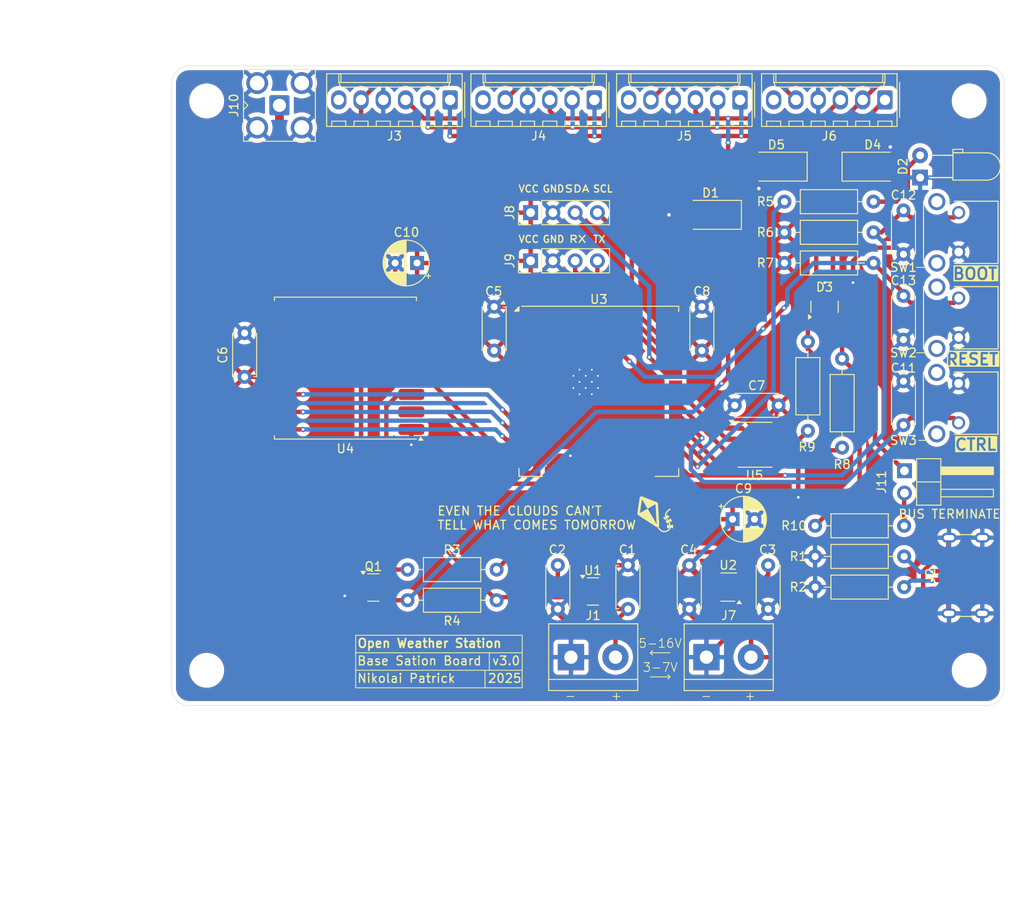
<source format=kicad_pcb>
(kicad_pcb (version 20241229) (generator "pcbnew") (generator_version "9.0")
  (layers (0 "F.Cu" signal) (2 "B.Cu" signal) (13 "F.Paste" user) (15 "B.Paste" user) (5 "F.SilkS" user "F.Silkscreen") (7 "B.SilkS" user "B.Silkscreen") (1 "F.Mask" user) (3 "B.Mask" user) (25 "Edge.Cuts" user))
  (net 0 "")
  (net 1 "+3.3V")
  (net 2 "GND")
  (net 3 "+5V")
  (net 4 "/BOOT")
  (net 5 "/ESP32_RESET")
  (net 6 "Net-(D2-A)")
  (net 7 "Net-(J2-CC1)")
  (net 8 "/SCL")
  (net 9 "/SDA")
  (net 10 "/ESP32_TX")
  (net 11 "/ESP32_RX")
  (net 12 "/LED_1")
  (net 13 "/BTN_1")
  (net 14 "/MOSI")
  (net 15 "/LORA_CS")
  (net 16 "/RS485_B")
  (net 17 "/RS485_A")
  (net 18 "Net-(J2-CC2)")
  (net 19 "/SCK")
  (net 21 "/MISO")
  (net 24 "Net-(J10-In)")
  (net 25 "Net-(J11-Pin_2)")
  (net 26 "Net-(U5-A)")
  (net 27 "/WAKEUP_EXT")
  (net 28 "Net-(U5-B)")
  (net 39 "/LORA_RESET")
  (net 42 "Net-(Q1-G)")
  (net 43 "/LORA_DIO2")
  (net 44 "/LORA_DIO1")
  (net 45 "/LORA_DIO0")
  (net 47 "/RS485_RE")
  (net 48 "/RS485_DE")
  (net 49 "/RS485_DI")
  (net 51 "/RS485_RO")
  (net 56 "/WAKEUP_IO")
  (net 57 "Net-(J1-Pin_2)")
  (footprint "Resistor_THT:R_Axial_DIN0207_L6.3mm_D2.5mm_P10.16mm_Horizontal" (layer "F.Cu") (at 140.23 75.62)
    (property "Reference" "R6")
    (property "Value" "10K")
  )
  (footprint "MountingHole:MountingHole_3.5mm" (layer "F.Cu") (at 161.31 125.62)
    (property "Reference" "H3" (hide yes))
    (property "Value" "Hole")
  )
  (footprint "Diode_SMD:D_SMA" (layer "F.Cu") (at 139.31 68.12 180)
    (property "Reference" "D5")
    (property "Value" "SMAJ5.0A")
  )
  (footprint "Capacitor_THT:C_Disc_D4.7mm_W2.5mm_P5.00mm" (layer "F.Cu") (at 138.3725 113.62 -90)
    (property "Reference" "C3")
    (property "Value" "1uF")
  )
  (footprint "Connector_Molex:Molex_KK-254_AE-6410-06A_1x06_P2.54mm_Vertical" (layer "F.Cu") (at 118.54 60.5 180)
    (property "Reference" "J4")
    (property "Value" "PORT2")
  )
  (footprint "RF_Module:ESP32-WROOM-32UE" (layer "F.Cu") (at 119.055 93.77)
    (property "Reference" "U3")
    (property "Value" "ESP32-WROOM-32UE")
  )
  (footprint "Connector_Molex:Molex_KK-254_AE-6410-06A_1x06_P2.54mm_Vertical" (layer "F.Cu") (at 151.7 60.5 180)
    (property "Reference" "J6")
    (property "Value" "PORT4")
  )
  (footprint "push_switch_90deg:SW_1-1825027-1" (layer "F.Cu") (at 160.1 95.12 90)
    (property "Reference" "SW3")
    (property "Value" "BTN_1")
  )
  (footprint "LOGO" (layer "F.Cu") (at 125.56 107.87)
    (property "Reference" "G***" (hide yes))
    (property "Value" "LOGO" (hide yes))
  )
  (footprint "Resistor_THT:R_Axial_DIN0207_L6.3mm_D2.5mm_P10.16mm_Horizontal" (layer "F.Cu") (at 140.23 79.12)
    (property "Reference" "R7")
    (property "Value" "10K")
  )
  (footprint "Resistor_THT:R_Axial_DIN0207_L6.3mm_D2.5mm_P10.16mm_Horizontal" (layer "F.Cu") (at 146.81 100.2 90)
    (property "Reference" "R8")
    (property "Value" "10R")
  )
  (footprint "Connector_Molex:Molex_KK-254_AE-6410-06A_1x06_P2.54mm_Vertical" (layer "F.Cu") (at 135.16 60.5 180)
    (property "Reference" "J5")
    (property "Value" "PORT3")
  )
  (footprint "Connector_Molex:Molex_KK-254_AE-6410-06A_1x06_P2.54mm_Vertical" (layer "F.Cu") (at 102.08 60.5 180)
    (property "Reference" "J3")
    (property "Value" "PORT1")
  )
  (footprint "RF_Module:HOPERF_RFM9XW_SMD" (layer "F.Cu") (at 90.135 91.12 180)
    (property "Reference" "U4")
    (property "Value" "~")
  )
  (footprint "Diode_SMD:D_SMA" (layer "F.Cu") (at 150.31 68.12)
    (property "Reference" "D4")
    (property "Value" "SMAJ5.0A")
  )
  (footprint "Package_TO_SOT_SMD:SOT-23-5_HandSoldering" (layer "F.Cu") (at 133.8725 116.12 180)
    (property "Reference" "U2")
    (property "Value" "STLQ015M33R")
  )
  (footprint "Resistor_THT:R_Axial_DIN0207_L6.3mm_D2.5mm_P10.16mm_Horizontal" (layer "F.Cu") (at 143.73 109.12)
    (property "Reference" "R10")
    (property "Value" "120R")
  )
  (footprint "Connector_PinHeader_2.54mm:PinHeader_1x04_P2.54mm_Vertical" (layer "F.Cu") (at 111.27 78.87 90)
    (property "Reference" "J9")
    (property "Value" "PROGRAM")
  )
  (footprint "Package_TO_SOT_SMD:SOT-23" (layer "F.Cu") (at 93.3275 116.17)
    (property "Reference" "Q1")
    (property "Value" "BSS138")
  )
  (footprint "Capacitor_THT:CP_Radial_D5.0mm_P2.50mm" (layer "F.Cu") (at 98.31 79.12 180)
    (property "Reference" "C10")
    (property "Value" "10uF")
  )
  (footprint "MountingHole:MountingHole_3.5mm" (layer "F.Cu") (at 74.31 125.62)
    (property "Reference" "H2" (hide yes))
    (property "Value" "Hole")
  )
  (footprint "Connector_Coaxial:SMA_Amphenol_901-143_Horizontal" (layer "F.Cu") (at 82.61 61.12)
    (property "Reference" "J10")
    (property "Value" "ANTENNA")
  )
  (footprint "Resistor_THT:R_Axial_DIN0207_L6.3mm_D2.5mm_P10.16mm_Horizontal" (layer "F.Cu") (at 153.89 112.62 180)
    (property "Reference" "R1")
    (property "Value" "5K1")
  )
  (footprint "Capacitor_THT:C_Disc_D4.7mm_W2.5mm_P5.00mm" (layer "F.Cu") (at 78.635 92.12 90)
    (property "Reference" "C6")
    (property "Value" "0.1uF")
  )
  (footprint "Capacitor_THT:C_Disc_D4.7mm_W2.5mm_P5.00mm" (layer "F.Cu") (at 122.3725 118.62 90)
    (property "Reference" "C1")
    (property "Value" "1uF")
  )
  (footprint "Capacitor_THT:C_Disc_D4.7mm_W2.5mm_P5.00mm" (layer "F.Cu") (at 153.81 97.62 90)
    (property "Reference" "C11")
    (property "Value" "0.1uF")
  )
  (footprint "Capacitor_THT:C_Disc_D4.7mm_W2.5mm_P5.00mm" (layer "F.Cu") (at 153.81 82.87 -90)
    (property "Reference" "C13")
    (property "Value" "0.1uF")
  )
  (footprint "Diode_SMD:D_SMA" (layer "F.Cu") (at 131.81 73.62 180)
    (property "Reference" "D1")
    (property "Value" "SMAJ5.0A")
  )
  (footprint "Capacitor_THT:C_Disc_D4.7mm_W2.5mm_P5.00mm" (layer "F.Cu") (at 153.81 73.12 -90)
    (property "Reference" "C12")
    (property "Value" "0.1uF")
  )
  (footprint "Capacitor_THT:C_Disc_D4.7mm_W2.5mm_P5.00mm" (layer "F.Cu") (at 130.81 89.12 90)
    (property "Reference" "C8")
    (property "Value" "0.1uF")
  )
  (footprint "MountingHole:MountingHole_3.5mm" (layer "F.Cu") (at 161.31 60.62)
    (property "Reference" "H4" (hide yes))
    (property "Value" "Hole")
  )
  (footprint "Capacitor_THT:C_Disc_D4.7mm_W2.5mm_P5.00mm" (layer "F.Cu") (at 114.3725 113.62 -90)
    (property "Reference" "C2")
    (property "Value" "1uF")
  )
  (footprint "Resistor_THT:R_Axial_DIN0207_L6.3mm_D2.5mm_P10.16mm_Horizontal" (layer "F.Cu") (at 142.905 98.275 90)
    (property "Reference" "R9")
    (property "Value" "10R")
  )
  (footprint "push_switch_90deg:SW_1-1825027-1" (layer "F.Cu") (at 160.11 75.62 90)
    (property "Reference" "SW1")
    (property "Value" "BOOT")
  )
  (footprint "Resistor_THT:R_Axial_DIN0207_L6.3mm_D2.5mm_P10.16mm_Horizontal" (layer "F.Cu") (at 107.39 117.62 180)
    (property "Reference" "R4")
    (property "Value" "10k")
  )
  (footprint "Capacitor_THT:C_Disc_D4.7mm_W2.5mm_P5.00mm" (layer "F.Cu") (at 129.3725 113.62 -90)
    (property "Reference" "C4")
    (property "Value" "1uF")
  )
  (footprint "Connector_PinHeader_2.54mm:PinHeader_1x02_P2.54mm_Horizontal" (layer "F.Cu") (at 153.925 102.845)
    (property "Reference" "J11")
    (property "Value" "RS485_TERM")
  )
  (footprint "Resistor_THT:R_Axial_DIN0207_L6.3mm_D2.5mm_P10.16mm_Horizontal" (layer "F.Cu") (at 97.23 114.12)
    (property "Reference" "R3")
    (property "Value" "100R")
  )
  (footprint "Package_TO_SOT_SMD:SOT-23" (layer "F.Cu") (at 118.3725 116.62)
    (property "Reference" "U1")
    (property "Value" "MCP1703Ax-330xxTT")
  )
  (footprint "Capacitor_THT:CP_Radial_D5.0mm_P2.50mm" (layer "F.Cu") (at 134.31 108.37)
    (property "Reference" "C9")
    (property "Value" "10uF")
  )
  (footprint "MountingHole:MountingHole_3.5mm" (layer "F.Cu") (at 74.31 60.62)
    (property "Reference" "H1" (hide yes))
    (property "Value" "Hole")
  )
  (footprint "TerminalBlock:TerminalBlock_bornier-2_P5.08mm" (layer "F.Cu") (at 115.8725 124.12)
    (property "Reference" "J1")
    (property "Value" "5-16V")
  )
  (footprint "Capacitor_THT:C_Disc_D4.7mm_W2.5mm_P5.00mm" (layer "F.Cu") (at 107.11 89.12 90)
    (property "Reference" "C5")
    (property "Value" "0.1uF")
  )
  (footprint "TerminalBlock:TerminalBlock_bornier-2_P5.08mm" (layer "F.Cu") (at 131.3325 124.12)
    (property "Reference" "J7")
    (property "Value" "3.3-5V")
  )
  (footprint "Connector_USB:USB_C_Receptacle_GCT_USB4125-xx-x-0190_6P_TopMnt_Horizontal" (layer "F.Cu") (at 162.01 114.8 90)
    (property "Reference" "J2")
    (property "Value" "USB_PWR_IN")
  )
  (footprint "Connector_PinHeader_2.54mm:PinHeader_1x04_P2.54mm_Vertical" (layer "F.Cu") (at 111.27 73.37 90)
    (property "Reference" "J8")
    (property "Value" "I2C")
  )
  (footprint "Capacitor_THT:C_Disc_D4.7mm_W2.5mm_P5.00mm" (layer "F.Cu") (at 139.56 95.37 180)
    (property "Reference" "C7")
    (property "Value" "0.1uF")
  )
  (footprint "Package_SO:SOIC-8_3.9x4.9mm_P1.27mm" (layer "F.Cu") (at 136.88 99.87)
    (property "Reference" "U5")
    (property "Value" "SP3072EEN-L")
  )
  (footprint "Resistor_THT:R_Axial_DIN0207_L6.3mm_D2.5mm_P10.16mm_Horizontal" (layer "F.Cu") (at 140.23 72.12)
    (property "Reference" "R5")
    (property "Value" "1K")
  )
  (footprint "Resistor_THT:R_Axial_DIN0207_L6.3mm_D2.5mm_P10.16mm_Horizontal" (layer "F.Cu") (at 153.89 116.12 180)
    (property "Reference" "R2")
    (property "Value" "5K1")
  )
  (footprint "Package_TO_SOT_SMD:SOT-23" (layer "F.Cu") (at 144.81 84.12 90)
    (property "Reference" "D3")
    (property "Value" "SM712_SOT23")
  )
  (footprint "push_switch_90deg:SW_1-1825027-1" (layer "F.Cu") (at 160.11 85.37 90)
    (property "Reference" "SW2")
    (property "Value" "RESET")
  )
  (footprint "LED_THT:LED_D3.0mm_Horizontal_O3.81mm_Z2.0mm" (layer "F.Cu") (at 155.71 69.37 90)
    (property "Reference" "D2")
    (property "Value" "LED_1")
  )
  (gr_line (start 91.31 127.62) (end 110.31 127.62) (stroke (width 0.1)) (layer "F.SilkS"))
  (gr_line (start 155.56 99.37) (end 156.56 99.37) (stroke (width 0.1)) (layer "F.SilkS"))
  (gr_line (start 124.935 123.62) (end 125.185 123.37) (stroke (width 0.1)) (layer "F.SilkS"))
  (gr_line (start 124.935 123.62) (end 125.185 123.87) (stroke (width 0.1)) (layer "F.SilkS"))
  (gr_line (start 110.31 125.62) (end 91.31 125.62) (stroke (width 0.1)) (layer "F.SilkS"))
  (gr_line (start 127.185 123.62) (end 124.935 123.62) (stroke (width 0.1)) (layer "F.SilkS"))
  (gr_line (start 155.31 89.37) (end 156.56 89.37) (stroke (width 0.1)) (layer "F.SilkS"))
  (gr_line (start 110.31 121.62) (end 91.31 121.62) (stroke (width 0.1)) (layer "F.SilkS"))
  (gr_line (start 91.31 123.62) (end 110.31 123.62) (stroke (width 0.1)) (layer "F.SilkS"))
  (gr_line (start 91.31 121.62) (end 91.31 127.62) (stroke (width 0.1)) (layer "F.SilkS"))
  (gr_line (start 155.31 79.62) (end 156.31 79.62) (stroke (width 0.1)) (layer "F.SilkS"))
  (gr_line (start 106.06 127.62) (end 106.06 125.62) (stroke (width 0.1)) (layer "F.SilkS"))
  (gr_line (start 106.56 123.62) (end 106.56 125.62) (stroke (width 0.1)) (layer "F.SilkS"))
  (gr_line (start 110.31 127.62) (end 110.31 121.62) (stroke (width 0.1)) (layer "F.SilkS"))
  (gr_line (start 127.185 126.37) (end 126.935 126.62) (stroke (width 0.1)) (layer "F.SilkS"))
  (gr_line (start 126.935 126.12) (end 127.185 126.37) (stroke (width 0.1)) (layer "F.SilkS"))
  (gr_line (start 124.935 126.37) (end 127.185 126.37) (stroke (width 0.1)) (layer "F.SilkS"))
  (gr_arc (start 165.31 127.62) (mid 164.724214 129.034214) (end 163.31 129.62) (stroke (width 0.05)) (layer "Edge.Cuts"))
  (gr_arc (start 72.31 129.62) (mid 70.895786 129.034214) (end 70.31 127.62) (stroke (width 0.05)) (layer "Edge.Cuts"))
  (gr_line (start 72.31 56.62) (end 163.31 56.62) (stroke (width 0.05)) (layer "Edge.Cuts"))
  (gr_arc (start 70.31 58.62) (mid 70.895786 57.205786) (end 72.31 56.62) (stroke (width 0.05)) (layer "Edge.Cuts"))
  (gr_line (start 163.31 129.62) (end 72.31 129.62) (stroke (width 0.05)) (layer "Edge.Cuts"))
  (gr_line (start 70.31 127.62) (end 70.31 58.62) (stroke (width 0.05)) (layer "Edge.Cuts"))
  (gr_arc (start 163.31 56.62) (mid 164.724214 57.205786) (end 165.31 58.62) (stroke (width 0.05)) (layer "Edge.Cuts"))
  (gr_line (start 165.31 58.62) (end 165.31 127.62) (stroke (width 0.05)) (layer "Edge.Cuts"))
  (gr_text "BOOT" (at 159.31 81.12 0) (layer "F.SilkS" knockout) (effects (font (size 1.3 1.3) (thickness 0.25) (bold yes)) (justify left bottom)))
  (gr_text "-" (at 131.31 129.12 0) (layer "F.SilkS") (effects (font (size 1 1) (thickness 0.1)) (justify bottom)))
  (gr_text "VCC" (at 109.81 76.87 0) (layer "F.SilkS") (effects (font (size 0.8 0.8) (thickness 0.15) (bold yes)) (justify left bottom)))
  (gr_text "GND" (at 112.56 71.12 0) (layer "F.SilkS") (effects (font (size 0.8 0.8) (thickness 0.15) (bold yes)) (justify left bottom)))
  (gr_text "2025" (at 106.31 127.12 0) (layer "F.SilkS") (effects (font (size 1 1)) (justify left bottom)))
  (gr_text "CTRL" (at 159.56 100.62 0) (layer "F.SilkS" knockout) (effects (font (size 1.3 1.3) (thickness 0.25) (bold yes)) (justify left bottom)))
  (gr_text "Nikolai Patrick" (at 91.41 127.12 0) (layer "F.SilkS") (effects (font (size 1 1)) (justify left bottom)))
  (gr_text "GND" (at 112.56 76.87 0) (layer "F.SilkS") (effects (font (size 0.8 0.8) (thickness 0.15) (bold yes)) (justify left bottom)))
  (gr_text "BUS TERMINATE" (at 159.06 108.37 0) (layer "F.SilkS") (effects (font (size 1 1)) (justify bottom)))
  (gr_text "5-16V" (at 126.06 123.12 0) (layer "F.SilkS") (effects (font (size 1 1) (thickness 0.1)) (justify bottom)))
  (gr_text "+" (at 136.31 129.12 0) (layer "F.SilkS") (effects (font (size 1 1) (thickness 0.1)) (justify bottom)))
  (gr_text "-" (at 115.81 129.12 0) (layer "F.SilkS") (effects (font (size 1 1) (thickness 0.1)) (justify bottom)))
  (gr_text "SDA" (at 115.06 71.12 0) (layer "F.SilkS") (effects (font (size 0.8 1) (thickness 0.15) (bold yes)) (justify left bottom)))
  (gr_text "SCL\n" (at 118.31 71.12 0) (layer "F.SilkS") (effects (font (size 0.8 0.8) (thickness 0.15) (bold yes)) (justify left bottom)))
  (gr_text "Base Sation Board" (at 91.41 125.12 0) (layer "F.SilkS") (effects (font (size 1 1)) (justify left bottom)))
  (gr_text "TX" (at 118.31 76.87 0) (layer "F.SilkS") (effects (font (size 0.8 0.8) (thickness 0.15) (bold yes)) (justify left bottom)))
  (gr_text "Open Weather Station" (at 91.41 123.12 0) (layer "F.SilkS") (effects (font (size 1 1) (thickness 0.2) (bold yes)) (justify left bottom)))
  (gr_text "RX" (at 115.56 76.87 0) (layer "F.SilkS") (effects (font (size 0.8 1) (thickness 0.15) (bold yes)) (justify left bottom)))
  (gr_text "VCC" (at 109.81 71.12 0) (layer "F.SilkS") (effects (font (size 0.8 0.8) (thickness 0.15) (bold yes)) (justify left bottom)))
  (gr_text "v3.0" (at 106.81 125.12 0) (layer "F.SilkS") (effects (font (size 1 1)) (justify left bottom)))
  (gr_text "3-7V" (at 126.06 125.87 0) (layer "F.SilkS") (effects (font (size 1 1) (thickness 0.1)) (justify bottom)))
  (gr_text "EVEN THE CLOUDS CAN'T\nTELL WHAT COMES TOMORROW" (at 100.56 109.62 0) (layer "F.SilkS") (effects (font (size 1 1)) (justify left bottom)))
  (gr_text "+" (at 121.06 129.12 0) (layer "F.SilkS") (effects (font (size 1 1) (thickness 0.1)) (justify bottom)))
  (gr_text "RESET" (at 158.56 90.87 0) (layer "F.SilkS" knockout) (effects (font (size 1.3 1.3) (thickness 0.25) (bold yes)) (justify left bottom)))
  (segment (start 139.355 95.575) (end 139.56 95.37) (width 0.5) (layer "F.Cu") (net 1))
  (segment (start 129.3725 113.92) (end 129.3725 113.62) (width 0.5) (layer "F.Cu") (net 1))
  (segment (start 139.355 97.965) (end 139.355 95.575) (width 0.5) (layer "F.Cu") (net 1))
  (segment (start 132.5225 117.07) (end 129.3725 113.92) (width 0.5) (layer "F.Cu") (net 1))
  (segment (start 78.635 92.12) (end 82.61 92.12) (width 0.5) (layer "F.Cu") (net 1))
  (segment (start 134.31 108.6825) (end 134.31 108.37) (width 0.5) (layer "B.Cu") (net 1))
  (segment (start 129.3725 113.62) (end 134.31 108.6825) (width 0.5) (layer "B.Cu") (net 1))
  (segment (start 107.11 84.12) (end 109.065 84.12) (width 0.5) (layer "F.Cu") (net 2))
  (segment (start 133.8725 116.690001) (end 133.8725 121.58) (width 0.5) (layer "F.Cu") (net 2))
  (segment (start 114.508 101.12) (end 115.81 101.12) (width 0.5) (layer "F.Cu") (net 2))
  (segment (start 141.81 105.87) (end 141.81 102.525) (width 0.5) (layer "F.Cu") (net 2))
  (segment (start 131.3325 121.08) (end 131.3325 124.12) (width 0.5) (layer "F.Cu") (net 2))
  (segment (start 129.81 73.62) (end 127.06 73.62) (width 1) (layer "F.Cu") (net 2))
  (segment (start 115.8725 120.62) (end 115.8725 124.12) (width 0.5) (layer "F.Cu") (net 2))
  (segment (start 129.57 85.36) (end 130.81 84.12) (width 0.5) (layer "F.Cu") (net 2))
  (segment (start 149.56 77.37) (end 148.06 78.87) (width 0.5) (layer "F.Cu") (net 2))
  (segment (start 133.8725 121.58) (end 131.3325 124.12) (width 0.5) (layer "F.Cu") (net 2))
  (segment (start 109.065 84.12) (end 110.305 85.36) (width 0.5) (layer "F.Cu") (net 2))
  (segment (start 158.93 110.56) (end 159.01 110.48) (width 0.5) (layer "F.Cu") (net 2))
  (segment (start 158.93 117.55) (end 158.93 119.04) (width 0.5) (layer "F.Cu") (net 2))
  (segment (start 153.81 78.12) (end 153.06 77.37) (width 0.5) (layer "F.Cu") (net 2))
  (segment (start 137.31 68.12) (end 137.31 70.62) (width 1) (layer "F.Cu") (net 2))
  (segment (start 127.805 85.36) (end 129.57 85.36) (width 0.5) (layer "F.Cu") (net 2))
  (segment (start 148.06 78.87) (end 148.06 81.37) (width 0.5) (layer "F.Cu") (net 2))
  (segment (start 114.3725 118.62) (end 114.3725 119.12) (width 0.5) (layer "F.Cu") (net 2))
  (segment (start 117.435 115.67) (end 119.485 113.62) (width 0.5) (layer "F.Cu") (net 2))
  (segment (start 97.66 99.87) (end 97.66 98.12) (width 0.5) (layer "F.Cu") (net 2))
  (segment (start 119.485 113.62) (end 122.3725 113.62) (width 0.5) (layer "F.Cu") (net 2))
  (segment (start 152.31 68.12) (end 152.31 65.87) (width 1) (layer "F.Cu") (net 2))
  (segment (start 113.34 103.12) (end 113.34 102.288) (width 0.5) (layer "F.Cu") (net 2))
  (segment (start 129.3725 119.12) (end 131.3325 121.08) (width 0.5) (layer "F.Cu") (net 2))
  (segment (start 158.93 119.04) (end 159.01 119.12) (width 0.5) (layer "F.Cu") (net 2))
  (segment (start 79.635 86.12) (end 82.61 86.12) (width 0.5) (layer "F.Cu") (net 2))
  (segment (start 135.2225 116.12) (end 134.442501 116.12) (width 0.5) (layer "F.Cu") (net 2))
  (segment (start 95.81 82.27) (end 95.81 79.12) (width 0.5) (layer "F.Cu") (net 2))
  (segment (start 141.06 101.775) (end 139.355 101.775) (width 0.5) (layer "F.Cu") (net 2))
  (segment (start 144.81 83.1825) (end 144.81 81.37) (width 0.5) (layer "F.Cu") (net 2))
  (segment (start 129.3725 118.62) (end 129.3725 119.12) (width 0.5) (layer "F.Cu") (net 2))
  (segment (start 97.66 84.12) (end 95.81 82.27) (width 0.5) (layer "F.Cu") (net 2))
  (segment (start 141.81 102.525) (end 141.06 101.775) (width 0.5) (layer "F.Cu") (net 2))
  (segment (start 113.34 102.288) (end 114.508 101.12) (width 0.5) (layer "F.Cu") (net 2))
  (segment (start 78.635 87.12) (end 79.635 86.12) (width 0.5) (layer "F.Cu") (net 2))
  (segment (start 158.93 112.05) (end 158.93 110.56) (width 0.5) (layer "F.Cu") (net 2))
  (segment (start 92.39 117.12) (end 90.06 117.12) (width 0.5) (layer "F.Cu") (net 2))
  (segment (start 153.06 77.37) (end 149.56 77.37) (width 0.5) (layer "F.Cu") (net 2))
  (segment (start 114.3725 119.12) (end 115.8725 120.62) (width 0.5) (layer "F.Cu") (net 2))
  (segment (start 134.442501 116.12) (end 133.8725 116.690001) (width 0.5) (layer "F.Cu") (net 2))
  (via (at 152.31 65.87) (size 1.2) (drill 0.4) (layers "F.Cu" "B.Cu") (net 2))
  (via (at 141.81 105.87) (size 0.6) (drill 0.3) (layers "F.Cu" "B.Cu") (net 2))
  (via (at 127.06 73.62) (size 1.2) (drill 0.4) (layers "F.Cu" "B.Cu") (net 2))
  (via (at 90.06 117.12) (size 0.6) (drill 0.3) (layers "F.Cu" "B.Cu") (net 2))
  (via (at 144.81 81.37) (size 0.6) (drill 0.3) (layers "F.Cu" "B.Cu") (net 2))
  (via (at 137.31 70.62) (size 1.2) (drill 0.4) (layers "F.Cu" "B.Cu") (net 2))
  (via (at 115.81 101.12) (size 0.6) (drill 0.3) (layers "F.Cu" "B.Cu") (net 2))
  (via (at 148.06 81.37) (size 0.6) (drill 0.3) (layers "F.Cu" "B.Cu") (net 2))
  (via (at 97.66 99.87) (size 0.6) (drill 0.3) (layers "F.Cu" "B.Cu") (net 2))
  (segment (start 138.3725 114.699999) (end 138.3725 113.62) (width 0.5) (layer "F.Cu") (net 3))
  (segment (start 157.087925 113.28) (end 156.06 114.307925) (width 0.5) (layer "F.Cu") (net 3))
  (segment (start 135.2225 115.17) (end 137.902499 115.17) (width 0.5) (layer "F.Cu") (net 3))
  (segment (start 114.31 117.270001) (end 112.06 117.270001) (width 0.5) (layer "F.Cu") (net 3))
  (segment (start 139.41 58.37) (end 127.13 58.37) (width 0.5) (layer "F.Cu") (net 3))
  (segment (start 110.51 58.37) (end 94.05 58.37) (width 0.5) (layer "F.Cu") (net 3))
  (segment (start 136.002499 117.07) (end 138.3725 114.699999) (width 0.5) (layer "F.Cu") (net 3))
  (segment (start 135.2225 115.17) (end 132.1725 112.12) (width 0.5) (layer "F.Cu") (net 3))
  (segment (start 117.435 117.57) (end 117.135001 117.270001) (width 0.5) (layer "F.Cu") (net 3))
  (segment (start 135.2225 117.07) (end 136.002499 117.07) (width 0.5) (layer "F.Cu") (net 3))
  (segment (start 136.4125 118.26) (end 135.2225 117.07) (width 0.5) (layer "F.Cu") (net 3))
  (segment (start 156.06 117.12) (end 149.06 124.12) (width 0.5) (layer "F.Cu") (net 3))
  (segment (start 107.739999 117.270001) (end 107.39 117.62) (width 0.5) (layer "F.Cu") (net 3))
  (segment (start 132.1725 112.12) (end 118.56 112.12) (width 0.5) (layer "F.Cu") (net 3))
  (segment (start 94.05 58.37) (end 91.92 60.5) (width 0.5) (layer "F.Cu") (net 3))
  (segment (start 114.3725 114.957501) (end 112.06 117.270001) (width 0.5) (layer "F.Cu") (net 3))
  (segment (start 127.13 58.37) (end 110.51 58.37) (width 0.5) (layer "F.Cu") (net 3))
  (segment (start 117.135001 117.270001) (end 114.31 117.270001) (width 0.5) (layer "F.Cu") (net 3))
  (segment (start 114.3725 113.62) (end 114.3725 114.957501) (width 0.5) (layer "F.Cu") (net 3))
  (segment (start 127.13 58.37) (end 126.546 58.954) (width 0.5) (layer "F.Cu") (net 3))
  (segment (start 110.51 58.37) (end 108.38 60.5) (width 0.5) (layer "F.Cu") (net 3))
  (segment (start 118.56 112.12) (end 114.31 116.37) (width 0.5) (layer "F.Cu") (net 3))
  (segment (start 136.4125 124.12) (end 136.4125 118.26) (width 0.5) (layer "F.Cu") (net 3))
  (segment (start 137.902499 115.17) (end 138.3725 114.699999) (width 0.5) (layer "F.Cu") (net 3))
  (segment (start 114.31 116.37) (end 114.31 117.270001) (width 0.5) (layer "F.Cu") (net 3))
  (segment (start 158.93 113.28) (end 157.087925 113.28) (width 0.5) (layer "F.Cu") (net 3))
  (segment (start 112.06 117.270001) (end 107.739999 117.270001) (width 0.5) (layer "F.Cu") (net 3))
  (segment (start 141.54 60.5) (end 139.41 58.37) (width 0.5) (layer "F.Cu") (net 3))
  (segment (start 156.86 116.32) (end 156.06 117.12) (width 0.5) (layer "F.Cu") (net 3))
  (segment (start 91.92 102.15) (end 107.39 117.62) (width 0.5) (layer "F.Cu") (net 3))
  (segment (start 91.92 60.5) (end 91.92 102.15) (width 0.5) (layer "F.Cu") (net 3))
  (segment (start 126.546 58.954) (end 125 60.5) (width 0.5) (layer "F.Cu") (net 3))
  (segment (start 156.06 114.307925) (end 156.06 117.12) (width 0.5) (layer "F.Cu") (net 3))
  (segment (start 149.06 124.12) (end 136.4125 124.12) (width 0.5) (layer "F.Cu") (net 3))
  (segment (start 158.93 116.32) (end 156.86 116.32) (width 0.5) (layer "F.Cu") (net 3))
  (segment (start 140.31 103.37) (end 129.305 103.37) (width 0.5) (layer "F.Cu") (net 4))
  (segment (start 159.560001 73.919999) (end 160.11 73.37) (width 0.5) (layer "F.Cu") (net 4))
  (segment (start 151.31 75.62) (end 153.81 73.12) (width 0.5) (layer "F.Cu") (net 4))
  (segment (start 153.81 73.12) (end 154.609999 73.919999) (width 0.5) (layer "F.Cu") (net 4))
  (segment (start 154.609999 73.919999) (end 159.560001 73.919999) (width 0.5) (layer "F.Cu") (net 4))
  (segment (start 129.305 103.37) (end 127.805 101.87) (width 0.5) (layer "F.Cu") (net 4))
  (segment (start 150.39 75.62) (end 151.31 75.62) (width 0.5) (layer "F.Cu") (net 4))
  (via (at 140.31 103.37) (size 0.6) (drill 0.3) (layers "F.Cu" "B.Cu") (net 4))
  (segment (start 146.81 103.37) (end 151.641 98.539) (width 0.5) (layer "B.Cu") (net 4))
  (segment (start 151.641 98.539) (end 151.641 76.871) (width 0.5) (layer "B.Cu") (net 4))
  (segment (start 151.641 76.871) (end 150.39 75.62) (width 0.5) (layer "B.Cu") (net 4))
  (segment (start 140.31 103.37) (end 146.81 103.37) (width 0.5) (layer "B.Cu") (net 4))
  (segment (start 153.81 82.54) (end 153.81 82.87) (width 0.5) (layer "F.Cu") (net 5))
  (segment (start 120.09 87.9) (end 110.305 87.9) (width 0.5) (layer "F.Cu") (net 5))
  (segment (start 122.56 90.37) (end 120.09 87.9) (width 0.5) (layer "F.Cu") (net 5))
  (segment (start 153.81 82.87) (end 154.609999 83.669999) (width 0.5) (layer "F.Cu") (net 5))
  (segment (start 140.185 84.245) (end 137.81 86.62) (width 0.5) (layer "F.Cu") (net 5))
  (segment (start 159.560001 83.669999) (end 160.11 83.12) (width 0.5) (layer "F.Cu") (net 5))
  (segment (start 154.609999 83.669999) (end 159.560001 83.669999) (width 0.5) (layer "F.Cu") (net 5))
  (segment (start 150.39 79.12) (end 153.81 82.54) (width 0.5) (layer "F.Cu") (net 5))
  (via (at 140.185 84.245) (size 0.6) (drill 0.3) (layers "F.Cu" "B.Cu") (net 5))
  (via (at 137.81 86.62) (size 0.6) (drill 0.3) (layers "F.Cu" "B.Cu") (net 5))
  (via (at 122.56 90.37) (size 0.6) (drill 0.3) (layers "F.Cu" "B.Cu") (net 5))
  (segment (start 140.56 83.87) (end 140.56 82.12) (width 0.5) (layer "B.Cu") (net 5))
  (segment (start 132.31 92.12) (end 124.31 92.12) (width 0.5) (layer "B.Cu") (net 5))
  (segment (start 140.185 84.245) (end 140.56 83.87) (width 0.5) (layer "B.Cu") (net 5))
  (segment (start 124.31 92.12) (end 122.56 90.37) (width 0.5) (layer "B.Cu") (net 5))
  (segment (start 137.81 86.62) (end 132.31 92.12) (width 0.5) (layer "B.Cu") (net 5))
  (segment (start 143.56 79.12) (end 150.39 79.12) (width 0.5) (layer "B.Cu") (net 5))
  (segment (start 140.56 82.12) (end 143.56 79.12) (width 0.5) (layer "B.Cu") (net 5))
  (segment (start 154.31 70.77) (end 154.31 68.23) (width 0.5) (layer "F.Cu") (net 6))
  (segment (start 152.96 72.12) (end 154.31 70.77) (width 0.5) (layer "F.Cu") (net 6))
  (segment (start 150.39 72.12) (end 152.96 72.12) (width 0.5) (layer "F.Cu") (net 6))
  (segment (start 155.68 66.83) (end 155.71 66.83) (width 0.5) (layer "F.Cu") (net 6))
  (segment (start 154.31 68.23) (end 155.71 66.83) (width 0.5) (layer "F.Cu") (net 6))
  (segment (start 157.13 115.3) (end 157.06 115.37) (width 0.5) (layer "F.Cu") (net 7))
  (segment (start 158.93 115.3) (end 157.13 115.3) (width 0.5) (layer "F.Cu") (net 7))
  (via (at 157.06 115.37) (size 0.6) (drill 0.3) (layers "F.Cu" "B.Cu") (net 7))
  (segment (start 157.06 115.37) (end 154.64 115.37) (width 0.5) (layer "B.Cu") (net 7))
  (segment (start 154.64 115.37) (end 153.89 116.12) (width 0.5) (layer "B.Cu") (net 7))
  (segment (start 126.433162 87.9) (end 127.805 87.9) (width 0.5) (layer "F.Cu") (net 8))
  (segment (start 122.81 77.29) (end 122.81 84.276838) (width 0.5) (layer "F.Cu") (net 8))
  (segment (start 122.81 84.276838) (end 126.433162 87.9) (width 0.5) (layer "F.Cu") (net 8))
  (segment (start 118.89 73.37) (end 122.81 77.29) (width 0.5) (layer "F.Cu") (net 8))
  (segment (start 126.56 91.62) (end 127.715 91.62) (width 0.5) (layer "F.Cu") (net 9))
  (segment (start 124.81 89.87) (end 126.56 91.62) (width 0.5) (layer "F.Cu") (net 9))
  (segment (start 127.715 91.62) (end 127.805 91.71) (width 0.5) (layer "F.Cu") (net 9))
  (segment (start 116.35 73.37) (end 116.35 73.41) (width 0.5) (layer "F.Cu") (net 9))
  (via (at 124.81 89.87) (size 0.6) (drill 0.3) (layers "F.Cu" "B.Cu") (net 9))
  (segment (start 124.81 81.87) (end 118.06 75.12) (width 0.5) (layer "B.Cu") (net 9))
  (segment (start 124.81 89.87) (end 124.81 81.87) (width 0.5) (layer "B.Cu") (net 9))
  (segment (start 118.06 75.08) (end 116.35 73.37) (width 0.5) (layer "B.Cu") (net 9))
  (segment (start 118.06 75.12) (end 118.06 75.08) (width 0.5) (layer "B.Cu") (net 9))
  (segment (start 118.89 81.50504) (end 118.89 78.87) (width 0.5) (layer "F.Cu") (net 10))
  (segment (start 126.61 89.17) (end 126.041 88.601) (width 0.5) (layer "F.Cu") (net 10))
  (segment (start 126.041 88.601) (end 125.98596 88.601) (width 0.5) (layer "F.Cu") (net 10))
  (segment (start 127.805 89.17) (end 126.61 89.17) (width 0.5) (layer "F.Cu") (net 10))
  (segment (start 125.98596 88.601) (end 118.89 81.50504) (width 0.5) (layer "F.Cu") (net 10))
  (segment (start 116.35 80.07208) (end 126.71792 90.44) (width 0.5) (layer "F.Cu") (net 11))
  (segment (start 116.35 78.87) (end 116.35 80.07208) (width 0.5) (layer "F.Cu") (net 11))
  (segment (start 126.71792 90.44) (end 127.805 90.44) (width 0.5) (layer "F.Cu") (net 11))
  (segment (start 127.805 100.6) (end 128.54 100.6) (width 0.5) (layer "F.Cu") (net 12))
  (segment (start 128.54 100.6) (end 130.31 102.37) (width 0.5) (layer "F.Cu") (net 12))
  (via (at 130.31 102.37) (size 0.6) (drill 0.3) (layers "F.Cu" "B.Cu") (net 12))
  (segment (start 138.979 73.371) (end 140.23 72.12) (width 0.5) (layer "B.Cu") (net 12))
  (segment (start 130.31 102.37) (end 138.979 93.701) (width 0.5) (layer "B.Cu") (net 12))
  (segment (start 138.979 93.701) (end 138.979 73.371) (width 0.5) (layer "B.Cu") (net 12))
  (segment (start 127.805 96.79) (end 128.488662 96.79) (width 0.5) (layer "F.Cu") (net 13))
  (segment (start 159.550001 96.820001) (end 160.1 97.37) (width 0.5) (layer "F.Cu") (net 13))
  (segment (start 153.81 97.62) (end 154.609999 96.820001) (width 0.5) (layer "F.Cu") (net 13))
  (segment (start 154.609999 96.820001) (end 159.550001 96.820001) (width 0.5) (layer "F.Cu") (net 13))
  (segment (start 128.488662 96.79) (end 130.814331 99.115669) (width 0.5) (layer "F.Cu") (net 13))
  (via (at 130.814331 99.115669) (size 0.6) (drill 0.3) (layers "F.Cu" "B.Cu") (net 13))
  (segment (start 130.998925 104.121) (end 147.309 104.121) (width 0.5) (layer "B.Cu") (net 13))
  (segment (start 129.56 102.682075) (end 130.998925 104.121) (width 0.5) (layer "B.Cu") (net 13))
  (segment (start 147.309 104.121) (end 153.81 97.62) (width 0.5) (layer "B.Cu") (net 13))
  (segment (start 129.56 100.37) (end 129.56 102.682075) (width 0.5) (layer "B.Cu") (net 13))
  (segment (start 130.814331 99.115669) (end 129.56 100.37) (width 0.5) (layer "B.Cu") (net 13))
  (segment (start 114.61 103.952) (end 114.241 104.321) (width 0.5) (layer "F.Cu") (net 14))
  (segment (start 99.011 104.321) (end 94.81 100.12) (width 0.5) (layer "F.Cu") (net 14))
  (segment (start 94.81 100.12) (end 94.81 95.495) (width 0.5) (layer "F.Cu") (net 14))
  (segment (start 96.185 94.12) (end 97.66 94.12) (width 0.5) (layer "F.Cu") (net 14))
  (segment (start 114.241 104.321) (end 99.011 104.321) (width 0.5) (layer "F.Cu") (net 14))
  (segment (start 114.61 103.12) (end 114.61 103.952) (width 0.5) (layer "F.Cu") (net 14))
  (segment (start 94.81 95.495) (end 96.185 94.12) (width 0.5) (layer "F.Cu") (net 14))
  (segment (start 109.473 95.52) (end 110.305 95.52) (width 0.5) (layer "F.Cu") (net 15))
  (segment (start 104.073 90.12) (end 109.473 95.52) (width 0.5) (layer "F.Cu") (net 15))
  (segment (start 97.66 90.12) (end 104.073 90.12) (width 0.5) (layer "F.Cu") (net 15))
  (segment (start 142.905 88.115) (end 142.905 88.964) (width 0.5) (layer "F.Cu") (net 16))
  (segment (start 142.905 88.964) (end 148.81 94.869) (width 0.5) (layer "F.Cu") (net 16))
  (segment (start 151.7 60.5) (end 147.58 64.62) (width 0.5) (layer "F.Cu") (net 16))
  (segment (start 135.31 64.62) (end 118.56 64.62) (width 0.5) (layer "F.Cu") (net 16))
  (segment (start 147.58 64.62) (end 145.06 64.62) (width 0.5) (layer "F.Cu") (net 16))
  (segment (start 145.06 64.62) (end 135.31 64.62) (width 0.5) (layer "F.Cu") (net 16))
  (segment (start 142.905 86.0125) (end 143.86 85.0575) (width 0.5) (layer "F.Cu") (net 16))
  (segment (start 143.86 85.0575) (end 143.86 68.12) (width 0.5) (layer "F.Cu") (net 16))
  (segment (start 143.86 65.8) (end 145.04 64.62) (width 0.5) (layer "F.Cu") (net 16))
  (segment (start 148.81 104.04) (end 143.73 109.12) (width 0.5) (layer "F.Cu") (net 16))
  (segment (start 118.56 64.62) (end 102.06 64.62) (width 0.5) (layer "F.Cu") (net 16))
  (segment (start 148.81 94.869) (end 148.81 104.04) (width 0.5) (layer "F.Cu") (net 16))
  (segment (start 145.04 64.62) (end 145.06 64.62) (width 0.5) (layer "F.Cu") (net 16))
  (segment (start 142.905 88.115) (end 142.905 86.0125) (width 0.5) (layer "F.Cu") (net 16))
  (segment (start 141.31 68.12) (end 143.86 68.12) (width 0.5) (layer "F.Cu") (net 16))
  (segment (start 143.86 68.12) (end 143.86 65.8) (width 0.5) (layer "F.Cu") (net 16))
  (via (at 102.06 64.62) (size 0.6) (drill 0.3) (layers "F.Cu" "B.Cu") (net 16))
  (via (at 118.56 64.62) (size 0.6) (drill 0.3) (layers "F.Cu" "B.Cu") (net 16))
  (via (at 135.31 64.62) (size 0.6) (drill 0.3) (layers "F.Cu" "B.Cu") (net 16))
  (segment (start 135.31 60.65) (end 135.16 60.5) (width 0.5) (layer "B.Cu") (net 16))
  (segment (start 102.06 64.62) (end 102.06 60.52) (width 0.5) (layer "B.Cu") (net 16))
  (segment (start 118.56 60.52) (end 118.54 60.5) (width 0.5) (layer "B.Cu") (net 16))
  (segment (start 118.56 64.62) (end 118.56 60.52) (width 0.5) (layer "B.Cu") (net 16))
  (segment (start 102.06 60.52) (end 102.08 60.5) (width 0.5) (layer "B.Cu") (net 16))
  (segment (start 135.31 64.62) (end 135.31 60.65) (width 0.5) (layer "B.Cu") (net 16))
  (segment (start 145.76 85.0575) (end 145.76 68.12) (width 0.5) (layer "F.Cu") (net 17))
  (segment (start 150.56 99.48) (end 150.56 93.79) (width 0.5) (layer "F.Cu") (net 17))
  (segment (start 149.16 60.5) (end 146.04 63.62) (width 0.5) (layer "F.Cu") (net 17))
  (segment (start 153.31 59.12) (end 152.81 58.62) (width 0.5) (layer "F.Cu") (net 17))
  (segment (start 132.56 63.62) (end 116.06 63.62) (width 0.5) (layer "F.Cu") (net 17))
  (segment (start 146.04 63.62) (end 132.56 63.62) (width 0.5) (layer "F.Cu") (net 17))
  (segment (start 146.81 86.1075) (end 145.76 85.0575) (width 0.5) (layer "F.Cu") (net 17))
  (segment (start 145.76 67.17) (end 147.06 65.87) (width 0.5) (layer "F.Cu") (net 17))
  (segment (start 150.56 93.79) (end 146.81 90.04) (width 0.5) (layer "F.Cu") (net 17))
  (segment (start 149.56 65.87) (end 153.31 62.12) (width 0.5) (layer "F.Cu") (net 17))
  (segment (start 151.04 58.62) (end 149.16 60.5) (width 0.5) (layer "F.Cu") (net 17))
  (segment (start 148.31 68.12) (end 145.76 68.12) (width 0.5) (layer "F.Cu") (net 17))
  (segment (start 153.31 62.12) (end 153.31 59.12) (width 0.5) (layer "F.Cu") (net 17))
  (segment (start 147.06 65.87) (end 149.56 65.87) (width 0.5) (layer "F.Cu") (net 17))
  (segment (start 153.925 102.845) (end 150.56 99.48) (width 0.5) (layer "F.Cu") (net 17))
  (segment (start 116.06 63.62) (end 99.56 63.62) (width 0.5) (layer "F.Cu") (net 17))
  (segment (start 152.81 58.62) (end 151.04 58.62) (width 0.5) (layer "F.Cu") (net 17))
  (segment (start 145.76 68.12) (end 145.76 67.17) (width 0.5) (layer "F.Cu") (net 17))
  (segment (start 146.81 90.04) (end 146.81 86.1075) (width 0.5) (layer "F.Cu") (net 17))
  (via (at 116.06 63.62) (size 0.6) (drill 0.3) (layers "F.Cu" "B.Cu") (net 17))
  (via (at 99.56 63.62) (size 0.6) (drill 0.3) (layers "F.Cu" "B.Cu") (net 17))
  (via (at 132.56 63.62) (size 0.6) (drill 0.3) (layers "F.Cu" "B.Cu") (net 17))
  (segment (start 116.06 60.56) (end 116 60.5) (width 0.5) (layer "B.Cu") (net 17))
  (segment (start 116.06 63.62) (end 116.06 60.56) (width 0.5) (layer "B.Cu") (net 17))
  (segment (start 99.56 60.52) (end 99.54 60.5) (width 0.5) (layer "B.Cu") (net 17))
  (segment (start 132.56 63.62) (end 132.56 60.56) (width 0.5) (layer "B.Cu") (net 17))
  (segment (start 132.56 60.56) (end 132.62 60.5) (width 0.5) (layer "B.Cu") (net 17))
  (segment (start 99.56 63.62) (end 99.56 60.52) (width 0.5) (layer "B.Cu") (net 17))
  (segment (start 157.13 114.3) (end 157.06 114.37) (width 0.5) (layer "F.Cu") (net 18))
  (segment (start 158.93 114.3) (end 157.13 114.3) (width 0.5) (layer "F.Cu") (net 18))
  (via (at 157.06 114.37) (size 0.6) (drill 0.3) (layers "F.Cu" "B.Cu") (net 18))
  (segment (start 155.64 114.37) (end 153.89 112.62) (width 0.5) (layer "B.Cu") (net 18))
  (segment (start 157.06 114.37) (end 155.64 114.37) (width 0.5) (layer "B.Cu") (net 18))
  (segment (start 110.305 100.6) (end 107.79 100.6) (width 0.5) (layer "F.Cu") (net 19))
  (segment (start 99.31 92.12) (end 97.66 92.12) (width 0.5) (layer "F.Cu") (net 19))
  (segment (start 107.79 100.6) (end 99.31 92.12) (width 0.5) (layer "F.Cu") (net 19))
  (segment (start 109.773 101.87) (end 110.305 101.87) (width 0.2) (layer "F.Cu") (net 21))
  (segment (start 101.81 96.12) (end 107.56 101.87) (width 0.5) (layer "F.Cu") (net 21))
  (segment (start 97.66 96.12) (end 101.81 96.12) (width 0.5) (layer "F.Cu") (net 21))
  (segment (start 107.56 101.87) (end 110.305 101.87) (width 0.5) (layer "F.Cu") (net 21))
  (segment (start 82.61 84.12) (end 82.61 61.12) (width 1) (layer "F.Cu") (net 24))
  (segment (start 153.89 109.12) (end 153.89 105.42) (width 0.5) (layer "F.Cu") (net 25))
  (segment (start 153.89 105.42) (end 153.925 105.385) (width 0.5) (layer "F.Cu") (net 25))
  (segment (start 139.355 100.505) (end 146.505 100.505) (width 0.5) (layer "F.Cu") (net 26))
  (segment (start 146.505 100.505) (end 146.81 100.2) (width 0.5) (layer "F.Cu") (net 26))
  (segment (start 133.81 62.62) (end 144.5 62.62) (width 0.5) (layer "F.Cu") (net 27))
  (segment (start 113.46 60.5) (end 113.46 61.77) (width 0.5) (layer "F.Cu") (net 27))
  (segment (start 133.81 73.62) (end 133.81 65.37) (width 0.5) (layer "F.Cu") (net 27))
  (segment (start 133.81 73.62) (end 133.81 92.12) (width 0.5) (layer "F.Cu") (net 27))
  (segment (start 130.81 62.62) (end 133.81 62.62) (width 0.5) (layer "F.Cu") (net 27))
  (segment (start 95.715 117.62) (end 94.265 116.17) (width 0.5) (layer "F.Cu") (net 27))
  (segment (start 130.08 61.89) (end 130.81 62.62) (width 0.5) (layer "F.Cu") (net 27))
  (segment (start 130.08 60.5) (end 130.08 61.89) (width 0.5) (layer "F.Cu") (net 27))
  (segment (start 113.46 61.77) (end 114.31 62.62) (width 0.5) (layer "F.Cu") (net 27))
  (segment (start 99.12 62.62) (end 114.31 62.62) (width 0.5) (layer "F.Cu") (net 27))
  (segment (start 97 60.5) (end 99.12 62.62) (width 0.5) (layer "F.Cu") (net 27))
  (segment (start 97.23 117.62) (end 95.715 117.62) (width 0.5) (layer "F.Cu") (net 27))
  (segment (start 144.5 62.62) (end 146.62 60.5) (width 0.5) (layer "F.Cu") (net 27))
  (segment (start 133.81 92.12) (end 133.06 92.87) (width 0.5) (layer "F.Cu") (net 27))
  (segment (start 114.31 62.62) (end 130.81 62.62) (width 0.5) (layer "F.Cu") (net 27))
  (via (at 133.81 65.37) (size 0.6) (drill 0.3) (layers "F.Cu" "B.Cu") (net 27))
  (via (at 133.06 92.87) (size 0.6) (drill 0.3) (layers "F.Cu" "B.Cu") (net 27))
  (via (at 133.81 62.62) (size 0.6) (drill 0.3) (layers "F.Cu" "B.Cu") (net 27))
  (segment (start 133.06 92.87) (end 129.81 96.12) (width 0.5) (layer "B.Cu") (net 27))
  (segment (start 118.7475 96.12) (end 97.2475 117.62) (width 0.5) (layer "B.Cu") (net 27))
  (segment (start 129.81 96.12) (end 118.7475 96.12) (width 0.5) (layer "B.Cu") (net 27))
  (segment (start 133.81 65.37) (end 133.81 62.62) (width 0.5) (layer "B.Cu") (net 27))
  (segment (start 142.905 98.275) (end 141.945 99.235) (width 0.5) (layer "F.Cu") (net 28))
  (segment (start 141.945 99.235) (end 139.355 99.235) (width 0.5) (layer "F.Cu") (net 28))
  (segment (start 103.500818 88.12) (end 109.630818 94.25) (width 0.5) (layer "F.Cu") (net 39))
  (segment (start 109.630818 94.25) (end 110.305 94.25) (width 0.5) (layer "F.Cu") (net 39))
  (segment (start 97.66 88.12) (end 103.500818 88.12) (width 0.5) (layer "F.Cu") (net 39))
  (segment (start 97.23 114.12) (end 93.49 114.12) (width 0.5) (layer "F.Cu") (net 42))
  (segment (start 93.49 114.12) (end 92.39 115.22) (width 0.5) (layer "F.Cu") (net 42))
  (segment (start 108.06 98.87) (end 108.52 99.33) (width 0.5) (layer "F.Cu") (net 43))
  (segment (start 108.029669 98.87) (end 108.06 98.87) (width 0.5) (layer "F.Cu") (net 43))
  (segment (start 108.52 99.33) (end 110.305 99.33) (width 0.5) (layer "F.Cu") (net 43))
  (segment (start 85.31 98.12) (end 82.61 98.12) (width 0.5) (layer "F.Cu") (net 43))
  (via (at 108.029669 98.87) (size 0.6) (drill 0.3) (layers "F.Cu" "B.Cu") (net 43))
  (via (at 85.31 98.12) (size 0.6) (drill 0.3) (layers "F.Cu" "B.Cu") (net 43))
  (segment (start 107.279669 98.12) (end 85.31 98.12) (width 0.5) (layer "B.Cu") (net 43))
  (segment (start 108.029669 98.87) (end 107.279669 98.12) (width 0.5) (layer "B.Cu") (net 43))
  (segment (start 85.31 96.12) (end 82.61 96.12) (width 0.5) (layer "F.Cu") (net 44))
  (segment (start 108.75 98.06) (end 110.305 98.06) (width 0.5) (layer "F.Cu") (net 44))
  (segment (start 108.06 97.37) (end 108.75 98.06) (width 0.5) (layer "F.Cu") (net 44))
  (via (at 108.06 97.37) (size 0.6) (drill 0.3) (layers "F.Cu" "B.Cu") (net 44))
  (via (at 85.31 96.12) (size 0.6) (drill 0.3) (layers "F.Cu" "B.Cu") (net 44))
  (segment (start 108.06 97.37) (end 106.81 96.12) (width 0.5) (layer "B.Cu") (net 44))
  (segment (start 106.81 96.12) (end 85.31 96.12) (width 0.5) (layer "B.Cu") (net 44))
  (segment (start 108.06 95.87) (end 108.98 96.79) (width 0.5) (layer "F.Cu") (net 45))
  (segment (start 108.98 96.79) (end 110.305 96.79) (width 0.5) (layer "F.Cu") (net 45))
  (segment (start 85.31 94.12) (end 82.61 94.12) (width 0.5) (layer "F.Cu") (net 45))
  (via (at 85.31 94.12) (size 0.6) (drill 0.3) (layers "F.Cu" "B.Cu") (net 45))
  (via (at 108.06 95.87) (size 0.6) (drill 0.3) (layers "F.Cu" "B.Cu") (net 45))
  (segment (start 108.06 95.87) (end 106.31 94.12) (width 0.5) (layer "B.Cu") (net 45))
  (segment (start 106.31 94.12) (end 85.31 94.12) (width 0.5) (layer "B.Cu") (net 45))
  (segment (start 134.405 99.235) (end 133.622 99.235) (width 0.5) (layer "F.Cu") (net 47))
  (segment (start 133.622 99.235) (end 128.637 94.25) (width 0.5) (layer "F.Cu") (net 47))
  (segment (start 128.637 94.25) (end 127.805 94.25) (width 0.5) (layer "F.Cu") (net 47))
  (segment (start 133.430001 100.505) (end 128.445001 95.52) (width 0.5) (layer "F.Cu") (net 48))
  (segment (start 128.445001 95.52) (end 127.805 95.52) (width 0.5) (layer "F.Cu") (net 48))
  (segment (start 134.405 100.505) (end 133.430001 100.505) (width 0.5) (layer "F.Cu") (net 48))
  (segment (start 134.405 101.775) (end 132.413 101.775) (width 0.5) (layer "F.Cu") (net 49))
  (segment (start 132.413 101.775) (end 128.698 98.06) (width 0.5) (layer "F.Cu") (net 49))
  (segment (start 128.698 98.06) (end 127.805 98.06) (width 0.5) (layer "F.Cu") (net 49))
  (segment (start 128.637 99.33) (end 127.805 99.33) (width 0.5) (layer "F.Cu") (net 51))
  (segment (start 131.927 102.62) (end 128.637 99.33) (width 0.5) (layer "F.Cu") (net 51))
  (segment (start 136.31 102.15955) (end 135.84955 102.62) (width 0.5) (layer "F.Cu") (net 51))
  (segment (start 135.379999 97.965) (end 136.31 98.895001) (width 0.5) (layer "F.Cu") (net 51))
  (segment (start 135.84955 102.62) (end 131.927 102.62) (width 0.5) (layer "F.Cu") (net 51))
  (segment (start 134.405 97.965) (end 135.379999 97.965) (width 0.5) (layer "F.Cu") (net 51))
  (segment (start 136.31 98.895001) (end 136.31 102.15955) (width 0.5) (layer "F.Cu") (net 51))
  (segment (start 107.39 114.12) (end 110 111.51) (width 0.5) (layer "F.Cu") (net 56))
  (segment (start 110 111.51) (end 116.36 111.51) (width 0.5) (layer "F.Cu") (net 56))
  (segment (start 116.36 111.51) (end 123.5 104.37) (width 0.5) (layer "F.Cu") (net 56))
  (segment (start 123.5 104.37) (end 123.5 103.12) (width 0.5) (layer "F.Cu") (net 56))
  (segment (start 120.9525 124.12) (end 120.9525 120.04) (width 0.5) (layer "F.Cu") (net 57))
  (segment (start 122.3725 118.62) (end 121.31 118.62) (width 0.5) (layer "F.Cu") (net 57))
  (segment (start 120.9525 120.04) (end 122.3725 118.62) (width 0.5) (layer "F.Cu") (net 57))
  (segment (start 121.31 118.62) (end 119.31 116.62) (width 0.5) (layer "F.Cu") (net 57))
  (zone (net 1) (net_name "+3.3V") (layer "F.Cu") (priority 1) (connect_pads (clearance 0.5)) (min_thickness 0.25) (fill yes (thermal_gap 0.5) (thermal_bridge_width 0.5))
    (polygon (pts (xy 70.31 56.62) (xy 165.31 56.62) (xy 165.31 129.62) (xy 70.31 129.62)))
  )
  (zone (net 2) (net_name "GND") (layer "B.Cu") (connect_pads (clearance 0.5)) (min_thickness 0.25) (fill yes (thermal_gap 0.5) (thermal_bridge_width 0.5))
    (polygon (pts (xy 70.31 56.62) (xy 165.31 56.62) (xy 165.31 129.62) (xy 70.31 129.62)))
  )
)
</source>
